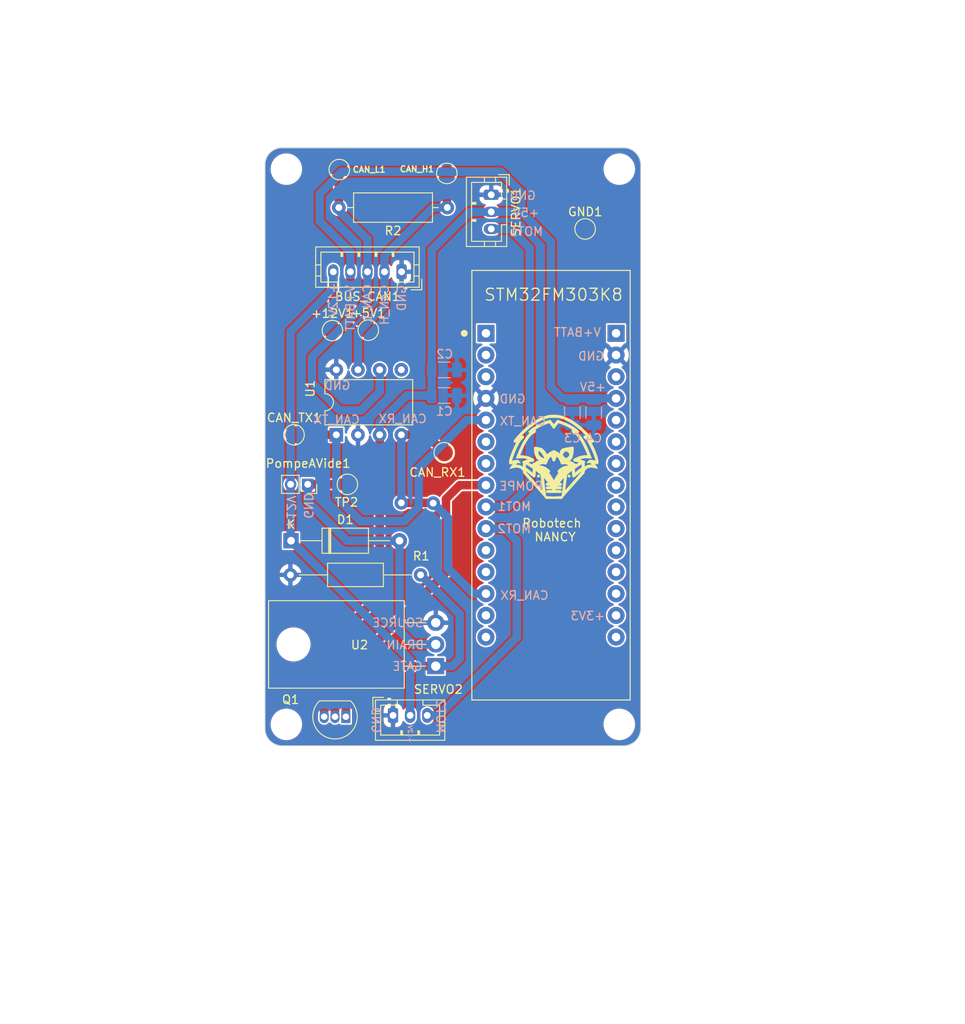
<source format=kicad_pcb>
(kicad_pcb (version 20211014) (generator pcbnew)
  (layers (0 "F.Cu" signal) (31 "B.Cu" signal) (34 "B.Paste" user) (35 "F.Paste" user) (36 "B.SilkS" user "B.Silkscreen") (37 "F.SilkS" user "F.Silkscreen") (38 "B.Mask" user) (39 "F.Mask" user) (44 "Edge.Cuts" user))
  (net 0 "")
  (net 1 "GND")
  (net 2 "CAN_H")
  (net 3 "CAN_L")
  (net 5 "+12V")
  (net 6 "MOT1")
  (net 7 "MOT2")
  (net 18 "+5V")
  (net 28 "+3V3")
  (net 30 "CAN_TX")
  (net 31 "CAN_RX")
  (net 32 "Net-(D1-Pad2)")
  (net 33 "POMPE")
  (net 35 "Net-(Q1-Pad1)")
  (footprint "" (layer "F.Cu") (at 145.5 35.5)
    (fp_text reference "" (at 0 0) (layer "F.SilkS") (effects (font (size 1.27 1.27))))
    (fp_text value "" (at 0 0) (layer "F.SilkS") (effects (font (size 1.27 1.27))))
    (pad "" np_thru_hole circle locked (at 0 0 180) (size 3.2 3.2) (drill 3.2) (layers *.Cu *.Mask))
  )
  (footprint "TestPoint:TestPoint_Pad_D2.0mm" (layer "F.Cu") (at 164.3 36)
    (fp_text reference "CAN_H1" (at -3.5 -0.5) (layer "F.SilkS") (effects (font (size 0.7 0.7))))
    (fp_text value "TestPoint")
    (pad "1" smd circle locked (at 0 0) (size 2 2) (layers "F.Cu" "F.Mask") (net 2 "CAN_H"))
  )
  (footprint "" (layer "F.Cu") (at 145.5 100.5)
    (fp_text reference "" (at 0 0) (layer "F.SilkS") (effects (font (size 1.27 1.27))))
    (fp_text value "" (at 0 0) (layer "F.SilkS") (effects (font (size 1.27 1.27))))
    (pad "" np_thru_hole circle locked (at 0 0 180) (size 3.2 3.2) (drill 3.2) (layers *.Cu *.Mask))
  )
  (footprint "Connector_JST:JST_PH_B5B-PH-K_1x05_P2.00mm_Vertical" (layer "F.Cu") (at 159 47.5144 180)
    (fp_text reference "BUS_CAN1" (at 4 -2.9) (layer "F.SilkS"))
    (fp_text value "Conn_01x05")
    (pad "1" thru_hole roundrect (at 0 0 180) (size 1.2 1.75) (drill 0.8) (layers *.Cu *.Mask) (roundrect_rratio 0.208333) (net 1 "GND"))
    (pad "2" thru_hole oval (at 2 0 180) (size 1.2 1.75) (drill 0.8) (layers *.Cu *.Mask) (net 2 "CAN_H"))
    (pad "3" thru_hole oval (at 4 0 180) (size 1.2 1.75) (drill 0.8) (layers *.Cu *.Mask) (net 3 "CAN_L"))
    (pad "4" thru_hole oval (at 6 0 180) (size 1.2 1.75) (drill 0.8) (layers *.Cu *.Mask) (net 18 "+5V"))
    (pad "5" thru_hole oval (at 8 0 180) (size 1.2 1.75) (drill 0.8) (layers *.Cu *.Mask) (net 5 "+12V"))
  )
  (footprint "empreinte:MODULE_NUCLEO-F303K8" (layer "F.Cu") (at 176.5 72.5)
    (fp_text reference "STM32FM303K8" (at 0.3 -22.3) (layer "F.SilkS") (effects (font (size 1.402378 1.402378))))
    (fp_text value "NUCLEO-F303K8")
    (pad "3.1" thru_hole rect (at -7.62 -17.78) (size 2 2) (drill 1) (layers *.Cu *.Mask))
    (pad "3.2" thru_hole circle (at -7.62 -15.24) (size 2 2) (drill 1) (layers *.Cu *.Mask))
    (pad "3.3" thru_hole circle (at -7.62 -12.7) (size 2 2) (drill 1) (layers *.Cu *.Mask))
    (pad "3.4" thru_hole circle (at -7.62 -10.16) (size 2 2) (drill 1) (layers *.Cu *.Mask) (net 1 "GND"))
    (pad "3.5" thru_hole circle (at -7.62 -7.62) (size 2 2) (drill 1) (layers *.Cu *.Mask) (net 30 "CAN_TX"))
    (pad "3.6" thru_hole circle (at -7.62 -5.08) (size 2 2) (drill 1) (layers *.Cu *.Mask))
    (pad "3.7" thru_hole circle (at -7.62 -2.54) (size 2 2) (drill 1) (layers *.Cu *.Mask))
    (pad "3.8" thru_hole circle (at -7.62 0) (size 2 2) (drill 1) (layers *.Cu *.Mask) (net 33 "POMPE"))
    (pad "3.9" thru_hole circle (at -7.62 2.54) (size 2 2) (drill 1) (layers *.Cu *.Mask) (net 6 "MOT1"))
    (pad "3.10" thru_hole circle (at -7.62 5.08) (size 2 2) (drill 1) (layers *.Cu *.Mask) (net 7 "MOT2"))
    (pad "3.11" thru_hole circle (at -7.62 7.62) (size 2 2) (drill 1) (layers *.Cu *.Mask))
    (pad "3.12" thru_hole circle (at -7.62 10.16) (size 2 2) (drill 1) (layers *.Cu *.Mask))
    (pad "3.13" thru_hole circle (at -7.62 12.7) (size 2 2) (drill 1) (layers *.Cu *.Mask) (net 31 "CAN_RX"))
    (pad "3.14" thru_hole circle (at -7.62 15.24) (size 2 2) (drill 1) (layers *.Cu *.Mask))
    (pad "3.15" thru_hole circle (at -7.62 17.78) (size 2 2) (drill 1) (layers *.Cu *.Mask))
    (pad "4.1" thru_hole rect (at 7.62 -17.78) (size 2 2) (drill 1) (layers *.Cu *.Mask))
    (pad "4.2" thru_hole circle (at 7.62 -15.24) (size 2 2) (drill 1) (layers *.Cu *.Mask) (net 1 "GND"))
    (pad "4.3" thru_hole circle (at 7.62 -12.7) (size 2 2) (drill 1) (layers *.Cu *.Mask))
    (pad "4.4" thru_hole circle (at 7.62 -10.16) (size 2 2) (drill 1) (layers *.Cu *.Mask) (net 18 "+5V"))
    (pad "4.5" thru_hole circle (at 7.62 -7.62) (size 2 2) (drill 1) (layers *.Cu *.Mask))
    (pad "4.6" thru_hole circle (at 7.62 -5.08) (size 2 2) (drill 1) (layers *.Cu *.Mask))
    (pad "4.7" thru_hole circle (at 7.62 -2.54) (size 2 2) (drill 1) (layers *.Cu *.Mask))
    (pad "4.8" thru_hole circle (at 7.62 0) (size 2 2) (drill 1) (layers *.Cu *.Mask))
    (pad "4.9" thru_hole circle (at 7.62 2.54) (size 2 2) (drill 1) (layers *.Cu *.Mask))
    (pad "4.10" thru_hole circle (at 7.62 5.08) (size 2 2) (drill 1) (layers *.Cu *.Mask))
    (pad "4.11" thru_hole circle (at 7.62 7.62) (size 2 2) (drill 1) (layers *.Cu *.Mask))
    (pad "4.12" thru_hole circle (at 7.62 10.16) (size 2 2) (drill 1) (layers *.Cu *.Mask))
    (pad "4.13" thru_hole circle (at 7.62 12.7) (size 2 2) (drill 1) (layers *.Cu *.Mask))
    (pad "4.14" thru_hole circle (at 7.62 15.24) (size 2 2) (drill 1) (layers *.Cu *.Mask) (net 28 "+3V3"))
    (pad "4.15" thru_hole circle (at 7.62 17.78) (size 2 2) (drill 1) (layers *.Cu *.Mask))
  )
  (footprint "Package_TO_SOT_THT:TO-92_Inline" (layer "F.Cu") (at 152.47 99.6 180)
    (fp_text reference "Q1" (at 6.47 2) (layer "F.SilkS"))
    (fp_text value "BC557")
    (pad "1" thru_hole rect locked (at 0 0 180) (size 1.05 1.5) (drill 0.75) (layers *.Cu *.Mask) (net 35 "Net-(Q1-Pad1)"))
    (pad "2" thru_hole oval locked (at 1.27 0 180) (size 1.05 1.5) (drill 0.75) (layers *.Cu *.Mask) (net 33 "POMPE"))
    (pad "3" thru_hole oval locked (at 2.54 0 180) (size 1.05 1.5) (drill 0.75) (layers *.Cu *.Mask) (net 18 "+5V"))
  )
  (footprint "Diode_THT:D_A-405_P12.70mm_Horizontal" (layer "F.Cu") (at 146.05 79)
    (fp_text reference "D1" (at 6.35 -2.47) (layer "F.SilkS"))
    (fp_text value "D")
    (fp_text user "K" (at 0 -1.9) (layer "F.SilkS"))
    (pad "1" thru_hole rect locked (at 0 0) (size 1.8 1.8) (drill 0.9) (layers *.Cu *.Mask) (net 5 "+12V"))
    (pad "2" thru_hole oval locked (at 12.7 0) (size 1.8 1.8) (drill 0.9) (layers *.Cu *.Mask) (net 32 "Net-(D1-Pad2)"))
  )
  (footprint "Resistor_THT:R_Axial_DIN0207_L6.3mm_D2.5mm_P15.24mm_Horizontal" (layer "F.Cu") (at 161.22 83 180)
    (fp_text reference "R1" (at -0.08 2.2) (layer "F.SilkS"))
    (fp_text value "R")
    (pad "1" thru_hole circle locked (at 0 0 180) (size 1.6 1.6) (drill 0.8) (layers *.Cu *.Mask) (net 35 "Net-(Q1-Pad1)"))
    (pad "2" thru_hole oval locked (at 15.24 0 180) (size 1.6 1.6) (drill 0.8) (layers *.Cu *.Mask) (net 1 "GND"))
  )
  (footprint "Connector_JST:JST_PH_B3B-PH-K_1x03_P2.00mm_Vertical" (layer "F.Cu") (at 158 99.45)
    (fp_text reference "SERVO2" (at 5.3 -3.05) (layer "F.SilkS"))
    (fp_text value "Conn_01x03")
    (pad "1" thru_hole roundrect locked (at 0 0) (size 1.2 1.75) (drill 0.8) (layers *.Cu *.Mask) (roundrect_rratio 0.208333) (net 1 "GND"))
    (pad "2" thru_hole oval locked (at 2 0) (size 1.2 1.75) (drill 0.8) (layers *.Cu *.Mask) (net 5 "+12V"))
    (pad "3" thru_hole oval locked (at 4 0) (size 1.2 1.75) (drill 0.8) (layers *.Cu *.Mask) (net 7 "MOT2"))
  )
  (footprint "Resistor_THT:R_Axial_DIN0309_L9.0mm_D3.2mm_P12.70mm_Horizontal" (layer "F.Cu") (at 164.35 40 180)
    (fp_text reference "R2" (at 6.35 -2.72) (layer "F.SilkS"))
    (fp_text value "R")
    (pad "1" thru_hole circle locked (at 0 0 180) (size 1.6 1.6) (drill 0.8) (layers *.Cu *.Mask) (net 2 "CAN_H"))
    (pad "2" thru_hole oval locked (at 12.7 0 180) (size 1.6 1.6) (drill 0.8) (layers *.Cu *.Mask) (net 3 "CAN_L"))
  )
  (footprint "TestPoint:TestPoint_Pad_D2.0mm" (layer "F.Cu") (at 164 68.7)
    (fp_text reference "CAN_RX1" (at -0.8 2.3) (layer "F.SilkS"))
    (fp_text value "TestPoint")
    (pad "1" smd circle locked (at 0 0) (size 2 2) (layers "F.Cu" "F.Mask") (net 31 "CAN_RX"))
  )
  (footprint "TestPoint:TestPoint_Pad_D2.0mm" (layer "F.Cu") (at 152.65 72.4)
    (fp_text reference "TP2" (at -0.1 2.1) (layer "F.SilkS"))
    (fp_text value "TestPoint")
    (pad "1" smd circle locked (at 0 0) (size 2 2) (layers "F.Cu" "F.Mask") (net 32 "Net-(D1-Pad2)"))
  )
  (footprint "Logos:logoRobotechNancy10x10" (layer "F.Cu") (at 176.825 69.03492)
    (fp_text reference "G***" hide)
    (fp_text value "LOGO" hide)
  )
  (footprint "" (layer "F.Cu") (at 184.5 35.5)
    (fp_text reference "" (at 0 0) (layer "F.SilkS") (effects (font (size 1.27 1.27))))
    (fp_text value "" (at 0 0) (layer "F.SilkS") (effects (font (size 1.27 1.27))))
    (pad "" np_thru_hole circle locked (at 0 0 180) (size 3.2 3.2) (drill 3.2) (layers *.Cu *.Mask))
  )
  (footprint "TestPoint:TestPoint_Pad_D2.0mm" (layer "F.Cu") (at 180.5 42.5)
    (fp_text reference "GND1" (at 0 -1.998) (layer "F.SilkS"))
    (fp_text value "TestPoint")
    (pad "1" smd circle locked (at 0 0) (size 2 2) (layers "F.Cu" "F.Mask") (net 1 "GND"))
  )
  (footprint "Connector_PinSocket_2.00mm:PinSocket_1x02_P2.00mm_Vertical" (layer "F.Cu") (at 148 72.4 -90)
    (fp_text reference "PompeAVide1" (at -2.45 -0.05) (layer "F.SilkS"))
    (fp_text value "Conn_01x02")
    (pad "1" thru_hole rect locked (at 0 0 270) (size 1.35 1.35) (drill 0.8) (layers *.Cu *.Mask) (net 32 "Net-(D1-Pad2)"))
    (pad "2" thru_hole oval locked (at 0 2 270) (size 1.35 1.35) (drill 0.8) (layers *.Cu *.Mask) (net 5 "+12V"))
  )
  (footprint "TestPoint:TestPoint_Pad_D2.0mm" (layer "F.Cu") (at 150.9 54.4)
    (fp_text reference "+12V1" (at 0 -1.998) (layer "F.SilkS"))
    (fp_text value "TestPoint")
    (pad "1" smd circle locked (at 0 0) (size 2 2) (layers "F.Cu" "F.Mask") (net 5 "+12V"))
  )
  (footprint "Package_TO_SOT_THT:TO-220-3_Horizontal_TabDown" (layer "F.Cu") (at 163 93.68 90)
    (fp_text reference "U2" (at 2.48 -8.925) (layer "F.SilkS"))
    (fp_text value "IRFZ44NPBF")
    (pad "" np_thru_hole oval locked (at 2.54 -16.66 90) (size 3.5 3.5) (drill 3.5) (layers *.Cu *.Mask))
    (pad "1" thru_hole rect locked (at 0 0 90) (size 1.905 2) (drill 1.1) (layers *.Cu *.Mask) (net 35 "Net-(Q1-Pad1)"))
    (pad "2" thru_hole oval locked (at 2.54 0 90) (size 1.905 2) (drill 1.1) (layers *.Cu *.Mask) (net 32 "Net-(D1-Pad2)"))
    (pad "3" thru_hole oval locked (at 5.08 0 90) (size 1.905 2) (drill 1.1) (layers *.Cu *.Mask) (net 1 "GND"))
  )
  (footprint "Package_DIP:DIP-8_W7.62mm" (layer "F.Cu") (at 151.35 66.6 90)
    (fp_text reference "U1" (at 5.4 -3.05 90) (layer "F.SilkS"))
    (fp_text value "MCP2551-I-P")
    (pad "1" thru_hole rect locked (at 0 0 90) (size 1.6 1.6) (drill 0.8) (layers *.Cu *.Mask) (net 30 "CAN_TX"))
    (pad "2" thru_hole oval locked (at 0 2.54 90) (size 1.6 1.6) (drill 0.8) (layers *.Cu *.Mask) (net 1 "GND"))
    (pad "3" thru_hole oval locked (at 0 5.08 90) (size 1.6 1.6) (drill 0.8) (layers *.Cu *.Mask) (net 18 "+5V"))
    (pad "4" thru_hole oval locked (at 0 7.62 90) (size 1.6 1.6) (drill 0.8) (layers *.Cu *.Mask) (net 31 "CAN_RX"))
    (pad "5" thru_hole oval locked (at 7.62 7.62 90) (size 1.6 1.6) (drill 0.8) (layers *.Cu *.Mask))
    (pad "6" thru_hole oval locked (at 7.62 5.08 90) (size 1.6 1.6) (drill 0.8) (layers *.Cu *.Mask) (net 3 "CAN_L"))
    (pad "7" thru_hole oval locked (at 7.62 2.54 90) (size 1.6 1.6) (drill 0.8) (layers *.Cu *.Mask) (net 2 "CAN_H"))
    (pad "8" thru_hole oval locked (at 7.62 0 90) (size 1.6 1.6) (drill 0.8) (layers *.Cu *.Mask) (net 1 "GND"))
  )
  (footprint "" (layer "F.Cu") (at 184.5 100.5)
    (fp_text reference "" (at 0 0) (layer "F.SilkS") (effects (font (size 1.27 1.27))))
    (fp_text value "" (at 0 0) (layer "F.SilkS") (effects (font (size 1.27 1.27))))
    (pad "" np_thru_hole circle locked (at 0 0 180) (size 3.2 3.2) (drill 3.2) (layers *.Cu *.Mask))
  )
  (footprint "TestPoint:TestPoint_Pad_D2.0mm" (layer "F.Cu") (at 151.7 35.55)
    (fp_text reference "CAN_L1" (at 3.5 0) (layer "F.SilkS") (effects (font (size 0.7 0.7))))
    (fp_text value "TestPoint")
    (pad "1" smd circle locked (at 0 0) (size 2 2) (layers "F.Cu" "F.Mask") (net 3 "CAN_L"))
  )
  (footprint "TestPoint:TestPoint_Pad_D2.0mm" (layer "F.Cu") (at 155.1 54.35)
    (fp_text reference "+5V1" (at 0 -1.998) (layer "F.SilkS"))
    (fp_text value "TestPoint")
    (pad "1" smd circle locked (at 0 0) (size 2 2) (layers "F.Cu" "F.Mask") (net 18 "+5V"))
  )
  (footprint "TestPoint:TestPoint_Pad_D2.0mm" (layer "F.Cu") (at 146.4 66.6)
    (fp_text reference "CAN_TX1" (at 0 -1.998) (layer "F.SilkS"))
    (fp_text value "TestPoint")
    (pad "1" smd circle locked (at 0 0) (size 2 2) (layers "F.Cu" "F.Mask") (net 30 "CAN_TX"))
  )
  (footprint "Connector_JST:JST_PH_B3B-PH-K_1x03_P2.00mm_Vertical" (layer "F.Cu") (at 169.5 38.5 -90)
    (fp_text reference "SERVO1" (at 2 -2.9 90) (layer "F.SilkS"))
    (fp_text value "Conn_01x03")
    (pad "1" thru_hole roundrect (at 0 0 270) (size 1.2 1.75) (drill 0.8) (layers *.Cu *.Mask) (roundrect_rratio 0.208333) (net 1 "GND"))
    (pad "2" thru_hole oval (at 2 0 270) (size 1.2 1.75) (drill 0.8) (layers *.Cu *.Mask) (net 18 "+5V"))
    (pad "3" thru_hole oval (at 4 0 270) (size 1.2 1.75) (drill 0.8) (layers *.Cu *.Mask) (net 6 "MOT1"))
  )
  (footprint "Capacitor_SMD:C_1206_3216Metric" (layer "B.Cu") (at 164 59)
    (fp_text reference "C2" (at 0.05 -1.85) (layer "B.SilkS") (effects (justify mirror)))
    (fp_text value "C")
    (pad "1" smd roundrect locked (at -1.475 0) (size 1.15 1.8) (layers "B.Cu" "B.Paste" "B.Mask") (roundrect_rratio 0.217391) (net 18 "+5V"))
    (pad "2" smd roundrect locked (at 1.475 0) (size 1.15 1.8) (layers "B.Cu" "B.Paste" "B.Mask") (roundrect_rratio 0.217391) (net 1 "GND"))
  )
  (footprint "Capacitor_SMD:C_1206_3216Metric" (layer "B.Cu") (at 181.5 64 90)
    (fp_text reference "C4" (at -3 0 180) (layer "B.SilkS") (effects (justify mirror)))
    (fp_text value "C")
    (pad "1" smd roundrect locked (at -1.475 0 90) (size 1.15 1.8) (layers "B.Cu" "B.Paste" "B.Mask") (roundrect_rratio 0.217391) (net 1 "GND"))
    (pad "2" smd roundrect locked (at 1.475 0 90) (size 1.15 1.8) (layers "B.Cu" "B.Paste" "B.Mask") (roundrect_rratio 0.217391) (net 18 "+5V"))
  )
  (footprint "Capacitor_SMD:C_1206_3216Metric" (layer "B.Cu") (at 179 64 90)
    (fp_text reference "C3" (at -3 0 180) (layer "B.SilkS") (effects (justify mirror)))
    (fp_text value "C")
    (pad "1" smd roundrect locked (at -1.475 0 90) (size 1.15 1.8) (layers "B.Cu" "B.Paste" "B.Mask") (roundrect_rratio 0.217391) (net 1 "GND"))
    (pad "2" smd roundrect locked (at 1.475 0 90) (size 1.15 1.8) (layers "B.Cu" "B.Paste" "B.Mask") (roundrect_rratio 0.217391) (net 18 "+5V"))
  )
  (footprint "Capacitor_SMD:C_1206_3216Metric" (layer "B.Cu") (at 164 62)
    (fp_text reference "C1" (at 0 1.85) (layer "B.SilkS") (effects (justify mirror)))
    (fp_text value "C")
    (pad "1" smd roundrect locked (at -1.475 0) (size 1.15 1.8) (layers "B.Cu" "B.Paste" "B.Mask") (roundrect_rratio 0.217391) (net 18 "+5V"))
    (pad "2" smd roundrect locked (at 1.475 0) (size 1.15 1.8) (layers "B.Cu" "B.Paste" "B.Mask") (roundrect_rratio 0.217391) (net 1 "GND"))
  )
  (gr_arc (start 185 33) (mid 186.414214 33.585786) (end 187 35) (layer "Edge.Cuts") (width 0.1))
  (gr_line (start 143 101) (end 143 35) (layer "Edge.Cuts") (width 0.1))
  (gr_line (start 145 33) (end 185 33) (layer "Edge.Cuts") (width 0.1))
  (gr_line (start 185 103) (end 145 103) (layer "Edge.Cuts") (width 0.1))
  (gr_arc (start 143 35) (mid 143.585786 33.585786) (end 145 33) (layer "Edge.Cuts") (width 0.1))
  (gr_line (start 187 35) (end 187 101) (layer "Edge.Cuts") (width 0.1))
  (gr_arc (start 187 101) (mid 186.414214 102.414214) (end 185 103) (layer "Edge.Cuts") (width 0.1))
  (gr_arc (start 145 103) (mid 143.585786 102.414214) (end 143 101) (layer "Edge.Cuts") (width 0.1))
  (gr_text "GND\n" (at 156 100 -90) (layer "B.SilkS") (effects (font (size 1 1)) (justify mirror)))
  (gr_text "+12V" (at 151 50.8 -270) (layer "B.SilkS") (effects (font (size 1 1)) (justify mirror)))
  (gr_text "DRAIN" (at 159.425 91.2) (layer "B.SilkS") (effects (font (size 1 1)) (justify mirror)))
  (gr_text "+5V\n" (at 173.6 40.6) (layer "B.SilkS") (effects (font (size 1 1)) (justify mirror)))
  (gr_text "MOT1" (at 173.6 42.8) (layer "B.SilkS") (effects (font (size 1 1)) (justify mirror)))
  (gr_text "GND\n" (at 173.2 38.6) (layer "B.SilkS") (effects (font (size 1 1)) (justify mirror)))
  (gr_text "GND\n" (at 159 50.6 90) (layer "B.SilkS") (effects (font (size 1 1)) (justify mirror)))
  (gr_text "+12V" (at 160 101.625 -90) (layer "B.SilkS") (effects (font (size 0.5 0.5) (thickness 0.1)) (justify mirror)))
  (gr_text "V+BATT" (at 179.6 54.6) (layer "B.SilkS") (effects (font (size 1 1)) (justify mirror)))
  (gr_text "+3V3" (at 180.8 87.8) (layer "B.SilkS") (effects (font (size 1 1)) (justify mirror)))
  (gr_text "+5V\n" (at 181.4 61) (layer "B.SilkS") (effects (font (size 1 1)) (justify mirror)))
  (gr_text "GND\n" (at 172 62.4) (layer "B.SilkS") (effects (font (size 1 1)) (justify mirror)))
  (gr_text "CAN_TX" (at 151.4 64.825) (layer "B.SilkS") (effects (font (size 1 1)) (justify mirror)))
  (gr_text "GATE" (at 159.7 93.7) (layer "B.SilkS") (effects (font (size 1 1)) (justify mirror)))
  (gr_text "CAN_TX" (at 173.2 65) (layer "B.SilkS") (effects (font (size 1 1)) (justify mirror)))
  (gr_text "+12V" (at 146.05 75.725 -90) (layer "B.SilkS") (effects (font (size 1 1)) (justify mirror)))
  (gr_text "POMPE" (at 173 72.6) (layer "B.SilkS") (effects (font (size 1 1)) (justify mirror)))
  (gr_text "CAN_RX" (at 159.125 64.725) (layer "B.SilkS") (effects (font (size 1 1)) (justify mirror)))
  (gr_text "MOT1" (at 172.2 75) (layer "B.SilkS") (effects (font (size 1 1)) (justify mirror)))
  (gr_text "GND\n" (at 151.475 60.825) (layer "B.SilkS") (effects (font (size 1 1)) (justify mirror)))
  (gr_text "GND\n" (at 148.075 74.9 -90) (layer "B.SilkS") (effects (font (size 1 1)) (justify mirror)))
  (gr_text "CAN_RX" (at 173.4 85.4) (layer "B.SilkS") (effects (font (size 1 1)) (justify mirror)))
  (gr_text "MOT2" (at 172.2 77.6) (layer "B.SilkS") (effects (font (size 1 1)) (justify mirror)))
  (gr_text "V+BATT" (at 153 51.8 -270) (layer "B.SilkS") (effects (font (size 1 1)) (justify mirror)))
  (gr_text "MOT2" (at 163.575 99.575 -90) (layer "B.SilkS") (effects (font (size 1 1)) (justify mirror)))
  (gr_text "CAN_L" (at 155 51.2 -270) (layer "B.SilkS") (effects (font (size 1 1)) (justify mirror)))
  (gr_text "SOURCE" (at 158.55 88.6) (layer "B.SilkS") (effects (font (size 1 1)) (justify mirror)))
  (gr_text "GND\n" (at 181.2 57.4) (layer "B.SilkS") (effects (font (size 1 1)) (justify mirror)))
  (gr_text "CAN_H" (at 157 51.4 90) (layer "B.SilkS") (effects (font (size 1 1)) (justify mirror)))
  (gr_text "Robotech\n NANCY" (at 176.6 77.75) (layer "F.SilkS") (effects (font (size 1 1))))
  (segment (start 164.3 36) (end 164.3 39.95) (width 1) (layer "F.Cu") (net 2))
  (segment (start 164.3 39.95) (end 164.35 40) (width 1) (layer "F.Cu") (net 2))
  (segment (start 157 45.6644) (end 162.6644 40) (width 1) (layer "B.Cu") (net 2))
  (segment (start 162.6644 40) (end 164 40) (width 1) (layer "B.Cu") (net 2))
  (segment (start 157 47.5144) (end 157 51.4856) (width 1) (layer "B.Cu") (net 2))
  (segment (start 157 51.4856) (end 153.89 54.5956) (width 1) (layer "B.Cu") (net 2))
  (segment (start 153.89 54.5956) (end 153.89 58.98) (width 1) (layer "B.Cu") (net 2))
  (segment (start 157 47.5144) (end 157 45.6644) (width 1) (layer "B.Cu") (net 2))
  (segment (start 151.65 35.6) (end 151.7 35.55) (width 1) (layer "F.Cu") (net 3))
  (segment (start 151.65 40) (end 151.65 35.6) (width 1) (layer "F.Cu") (net 3))
  (segment (start 148.5 60.5) (end 151.75 63.75) (width 1) (layer "B.Cu") (net 3))
  (segment (start 151.75 63.75) (end 154.25 63.75) (width 1) (layer "B.Cu") (net 3))
  (segment (start 155 47.5144) (end 155 51) (width 1) (layer "B.Cu") (net 3))
  (segment (start 155 43.7) (end 155 47.5144) (width 1) (layer "B.Cu") (net 3))
  (segment (start 156.43 61.57) (end 156.43 58.98) (width 1) (layer "B.Cu") (net 3))
  (segment (start 154.25 63.75) (end 156.43 61.57) (width 1) (layer "B.Cu") (net 3))
  (segment (start 155 51) (end 148.5 57.5) (width 1) (layer "B.Cu") (net 3))
  (segment (start 151.3 40) (end 155 43.7) (width 1) (layer "B.Cu") (net 3))
  (segment (start 148.5 57.5) (end 148.5 60.5) (width 1) (layer "B.Cu") (net 3))
  (segment (start 151 54.3) (end 150.9 54.4) (width 1) (layer "F.Cu") (net 5))
  (segment (start 151 47.5144) (end 151 54.3) (width 1) (layer "F.Cu") (net 5))
  (segment (start 146 72.4) (end 146 78.95) (width 1) (layer "B.Cu") (net 5))
  (segment (start 146 78.95) (end 146.05 79) (width 1) (layer "B.Cu") (net 5))
  (segment (start 160 92.95) (end 160 99.45) (width 1) (layer "B.Cu") (net 5))
  (segment (start 146.05 79) (end 160 92.95) (width 1) (layer "B.Cu") (net 5))
  (segment (start 151 47.5144) (end 151 49.5) (width 1) (layer "B.Cu") (net 5))
  (segment (start 151 49.5) (end 146 54.5) (width 1) (layer "B.Cu") (net 5))
  (segment (start 146 54.5) (end 146 72.4) (width 1) (layer "B.Cu") (net 5))
  (segment (start 171.46 75.04) (end 174 72.5) (width 1) (layer "B.Cu") (net 6))
  (segment (start 174 44.75) (end 171.75 42.5) (width 1) (layer "B.Cu") (net 6))
  (segment (start 168.88 75.04) (end 171.46 75.04) (width 1) (layer "B.Cu") (net 6))
  (segment (start 171.75 42.5) (end 169.5 42.5) (width 1) (layer "B.Cu") (net 6))
  (segment (start 174 72.5) (end 174 44.75) (width 1) (layer "B.Cu") (net 6))
  (segment (start 162 99.45) (end 163.35 99.45) (width 1) (layer "B.Cu") (net 7))
  (segment (start 172.5 79) (end 171.08 77.58) (width 1) (layer "B.Cu") (net 7))
  (segment (start 171.08 77.58) (end 168.88 77.58) (width 1) (layer "B.Cu") (net 7))
  (segment (start 172.5 90.3) (end 172.5 79) (width 1) (layer "B.Cu") (net 7))
  (segment (start 163.35 99.45) (end 172.5 90.3) (width 1) (layer "B.Cu") (net 7))
  (segment (start 153 47.5144) (end 153 52.25) (width 1) (layer "F.Cu") (net 18))
  (segment (start 149.93 91.87) (end 149.93 99.6) (width 1) (layer "F.Cu") (net 18))
  (segment (start 153 52.25) (end 155.1 54.35) (width 1) (layer "F.Cu") (net 18))
  (segment (start 156.43 66.6) (end 156.43 85.37) (width 1) (layer "F.Cu") (net 18))
  (segment (start 156.43 85.37) (end 149.93 91.87) (width 1) (layer "F.Cu") (net 18))
  (segment (start 149.4 38.4) (end 152 35.8) (width 1) (layer "B.Cu") (net 18))
  (segment (start 162.525 59) (end 162.525 45.025) (width 1) (layer "B.Cu") (net 18))
  (segment (start 176.5 44) (end 176.5 61) (width 1) (layer "B.Cu") (net 18))
  (segment (start 152 35.8) (end 170.6 35.8) (width 1) (layer "B.Cu") (net 18))
  (segment (start 156.43 66.6) (end 156.43 65.17) (width 1) (layer "B.Cu") (net 18))
  (segment (start 153 47.5144) (end 153 45.2) (width 1) (layer "B.Cu") (net 18))
  (segment (start 162.525 45.025) (end 162.5 45) (width 1) (layer "B.Cu") (net 18))
  (segment (start 169.5 40.5) (end 173 40.5) (width 1) (layer "B.Cu") (net 18))
  (segment (start 162.5 45) (end 167 40.5) (width 1) (layer "B.Cu") (net 18))
  (segment (start 170.6 35.8) (end 173 38.2) (width 1) (layer "B.Cu") (net 18))
  (segment (start 173 40.5) (end 176.5 44) (width 1) (layer "B.Cu") (net 18))
  (segment (start 167 40.5) (end 169.5 40.5) (width 1) (layer "B.Cu") (net 18))
  (segment (start 177.84 62.34) (end 184.12 62.34) (width 1) (layer "B.Cu") (net 18))
  (segment (start 153 45.2) (end 149.4 41.6) (width 1) (layer "B.Cu") (net 18))
  (segment (start 162.525 62) (end 162.525 59) (width 1) (layer "B.Cu") (net 18))
  (segment (start 176.5 61) (end 177.84 62.34) (width 1) (layer "B.Cu") (net 18))
  (segment (start 173 38.2) (end 173 40.5) (width 1) (layer "B.Cu") (net 18))
  (segment (start 156.43 65.17) (end 159.6 62) (width 1) (layer "B.Cu") (net 18))
  (segment (start 159.6 62) (end 162.525 62) (width 1) (layer "B.Cu") (net 18))
  (segment (start 149.4 41.6) (end 149.4 38.4) (width 1) (layer "B.Cu") (net 18))
  (segment (start 146.4 66.6) (end 151.35 66.6) (width 1) (layer "F.Cu") (net 30))
  (segment (start 159.3 76.7) (end 154.2 76.7) (width 1) (layer "B.Cu") (net 30))
  (segment (start 168.88 64.88) (end 166.62 64.88) (width 1) (layer "B.Cu") (net 30))
  (segment (start 154.2 76.7) (end 151.35 73.85) (width 1) (layer "B.Cu") (net 30))
  (segment (start 151.35 73.85) (end 151.35 66.6) (width 1) (layer "B.Cu") (net 30))
  (segment (start 161 75) (end 159.3 76.7) (width 1) (layer "B.Cu") (net 30))
  (segment (start 166.62 64.88) (end 161 70.5) (width 1) (layer "B.Cu") (net 30))
  (segment (start 161 70.5) (end 161 75) (width 1) (layer "B.Cu") (net 30))
  (segment (start 158.97 74.57) (end 162.67 74.57) (width 1) (layer "F.Cu") (net 31))
  (segment (start 161.9 66.6) (end 164 68.7) (width 1) (layer "F.Cu") (net 31))
  (segment (start 162.67 74.57) (end 162.7 74.6) (width 1) (layer "F.Cu") (net 31))
  (segment (start 158.97 66.6) (end 161.9 66.6) (width 1) (layer "F.Cu") (net 31))
  (via (at 158.97 74.57) (size 1.6) (drill 0.8) (layers "F.Cu" "B.Cu") (net 31))
  (via (at 162.7 74.6) (size 1.6) (drill 0.8) (layers "F.Cu" "B.Cu") (net 31))
  (segment (start 158.97 66.6) (end 158.97 74.57) (width 1) (layer "B.Cu") (net 31))
  (segment (start 164.4 76.3) (end 162.7 74.6) (width 1) (layer "B.Cu") (net 31))
  (segment (start 167.4 85.2) (end 164.4 82.2) (width 1) (layer "B.Cu") (net 31))
  (segment (start 164.4 82.2) (end 164.4 76.3) (width 1) (layer "B.Cu") (net 31))
  (segment (start 168.88 85.2) (end 167.4 85.2) (width 1) (layer "B.Cu") (net 31))
  (segment (start 148 72.4) (end 152.65 72.4) (width 1) (layer "F.Cu") (net 32))
  (segment (start 158.75 79) (end 158.75 89.55) (width 1) (layer "B.Cu") (net 32))
  (segment (start 160.34 91.14) (end 163 91.14) (width 1) (layer "B.Cu") (net 32))
  (segment (start 148 74.4) (end 152.6 79) (width 1) (layer "B.Cu") (net 32))
  (segment (start 148 72.4) (end 148 74.4) (width 1) (layer "B.Cu") (net 32))
  (segment (start 158.75 89.55) (end 160.34 91.14) (width 1) (layer "B.Cu") (net 32))
  (segment (start 152.6 79) (end 158.75 79) (width 1) (layer "B.Cu") (net 32))
  (segment (start 165.8 72.5) (end 168.88 72.5) (width 1) (layer "F.Cu") (net 33))
  (segment (start 164.2 74.1) (end 165.8 72.5) (width 1) (layer "F.Cu") (net 33))
  (segment (start 151.2 99.6) (end 151.2 95.7) (width 1) (layer "F.Cu") (net 33))
  (segment (start 164.2 82.7) (end 164.2 74.1) (width 1) (layer "F.Cu") (net 33))
  (segment (start 151.2 95.7) (end 164.2 82.7) (width 1) (layer "F.Cu") (net 33))
  (segment (start 152.47 96.83) (end 155.62 93.68) (width 1) (layer "F.Cu") (net 35))
  (segment (start 155.62 93.68) (end 163 93.68) (width 1) (layer "F.Cu") (net 35))
  (segment (start 152.47 99.6) (end 152.47 96.83) (width 1) (layer "F.Cu") (net 35))
  (segment (start 165.8 92.8) (end 164.92 93.68) (width 1) (layer "B.Cu") (net 35))
  (segment (start 165.8 87.58) (end 165.8 92.8) (width 1) (layer "B.Cu") (net 35))
  (segment (start 161.22 83) (end 165.8 87.58) (width 1) (layer "B.Cu") (net 35))
  (segment (start 164.92 93.68) (end 163 93.68) (width 1) (layer "B.Cu") (net 35))
  (zone (net 1) (net_name "GND") (layer "F.Cu") (connect_pads (clearance 0)) (min_thickness 0.254) (fill yes (thermal_gap 0.508) (thermal_bridge_width 0.508))
    (polygon (pts (xy 190 21.4) (xy 214.1 47.5) (xy 217.8 95.7) (xy 170.560871 135.581826) (xy 111.960871 95.581826) (xy 123.260458 47.297911) (xy 141.4 15.7)))
  )
  (zone (net 1) (net_name "GND") (layer "B.Cu") (connect_pads (clearance 0)) (min_thickness 0.254) (fill yes (thermal_gap 0.508) (thermal_bridge_width 0.508))
    (polygon (pts (xy 211 21) (xy 225 64) (xy 209 123) (xy 161 130) (xy 115 96) (xy 118 35) (xy 153 19) (xy 154 19)))
  )
)
</source>
